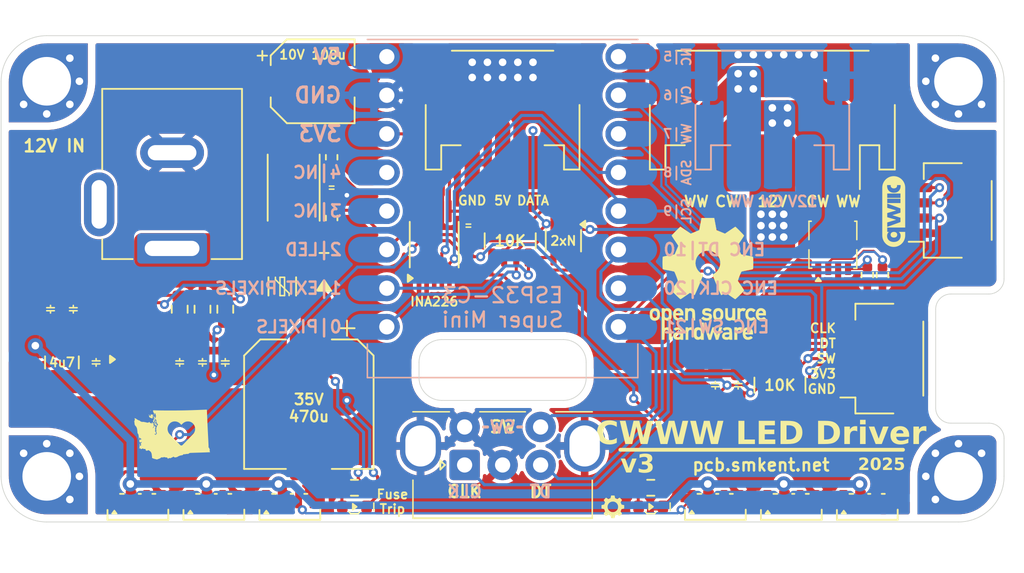
<source format=kicad_pcb>
(kicad_pcb (version 20240108) (generator "pcbnew") (generator_version "8.0")
  (layers (0 "F.Cu" signal) (31 "B.Cu" signal) (34 "B.Paste" user) (35 "F.Paste" user) (36 "B.SilkS" user "B.Silkscreen") (37 "F.SilkS" user "F.Silkscreen") (38 "B.Mask" user) (39 "F.Mask" user) (44 "Edge.Cuts" user))
  (net 0 "")
  (net 1 "+3V3")
  (net 2 "GND")
  (net 3 "12V_SHUNT")
  (net 4 "Net-(U1-VBST)")
  (net 5 "/SW")
  (net 6 "CLK")
  (net 7 "DT")
  (net 8 "Net-(U2-Vin+)")
  (net 9 "12V_SHUNT_LOW")
  (net 10 "+12V")
  (net 12 "WW_12V")
  (net 13 "CW_12V")
  (net 14 "SCL")
  (net 15 "SDA")
  (net 16 "BUTTON")
  (net 17 "+5V")
  (net 18 "Net-(LED0-A)")
  (net 19 "NEOPIXEL_DATA_5V")
  (net 20 "STATUS_LED")
  (net 21 "FB")
  (net 22 "/EN")
  (net 23 "NEOPIXEL_DATA_3V3")
  (net 25 "DC_IN_RAW")
  (net 26 "Net-(LED1-A)")
  (net 28 "/PIX2_DATA_S")
  (net 29 "/PIX3_DATA_S")
  (net 30 "/PIX4_DATA_S")
  (net 31 "/PIX5_DATA_S")
  (net 32 "/PIX6_DATA_S")
  (net 33 "WW_PWM_S")
  (net 34 "CW_PWM_S")
  (net 35 "NEOPIXEL_2_DATA_5V")
  (net 36 "NEOPIXEL_2_DATA_3V3")
  (footprint "discrete:LED_SideEmitter_1.7x1.1mm" (layer "F.Cu") (at 132.75 49 180)
    (property "Reference" "LED0" (hide yes))
    (property "Value" "XL-1606UWC")
  )
  (footprint "graphics:icon-gear-1.5mm" (layer "F.Cu") (at 130.25 49)
    (property "Reference" "G***" (hide yes))
    (property "Value" "LOGO" (hide yes))
  )
  (footprint "mechanical:MountingHole_3.2mm_M3_5.4mm_Pad_Via_corner" (layer "F.Cu") (at 93 47)
    (property "Reference" "REF**" (hide yes))
    (property "Value" "MountingHole_3.2mm_M3_5.4mm_Pad_Via_corner" (hide yes))
  )
  (footprint "Resistor_SMD:R_0402_1005Metric" (layer "F.Cu") (at 148 33.75 -90)
    (property "Reference" "R4" (hide yes))
    (property "Value" "10K")
  )
  (footprint "package:D_SOD-123F" (layer "F.Cu") (at 111.25 34.5 -90)
    (property "Reference" "D1" (hide yes))
    (property "Value" "D_TVS")
  )
  (footprint "discrete:R_Array_Convex_4x0603_HandSolder" (layer "F.Cu") (at 123.5 31.5 90)
    (property "Reference" "RN1" (hide yes))
    (property "Value" "10K")
  )
  (footprint "graphics:wa-state-heart-5mm" (layer "F.Cu") (at 101.25 44.25)
    (property "Reference" "G***" (hide yes))
    (property "Value" "LOGO" (hide yes))
  )
  (footprint "discrete:LED_SK6812SIDE-A_4.0x1.6mm" (layer "F.Cu") (at 109 48.5)
    (property "Reference" "PIX3")
    (property "Value" "SK6812SIDE-A")
  )
  (footprint "Capacitor_SMD:CP_Elec_5x5.4" (layer "F.Cu") (at 110.5 21)
    (property "Reference" "C12" (hide yes))
    (property "Value" "100u")
  )
  (footprint "electromechanical:RotaryEncoder_Alps_EC11-Switch_Horizontal_H20mm" (layer "F.Cu") (at 120.5 46.25 90)
    (property "Reference" "SW1" (hide yes))
    (property "Value" "RotaryEncoder_Switch_MP")
  )
  (footprint "connector:BarrelJack_DC-005_THT_Horizontal" (layer "F.Cu") (at 101.25 32 180)
    (property "Reference" "J0" (hide yes))
    (property "Value" "DC-005")
  )
  (footprint "discrete:C_0603_1608Metric" (layer "F.Cu") (at 96.25 39.5 -90)
    (property "Reference" "C4" (hide yes))
    (property "Value" "0u1")
  )
  (footprint "Resistor_SMD:R_2512_6332Metric_Pad1.40x3.35mm_HandSolder" (layer "F.Cu") (at 109.25 28 -90)
    (property "Reference" "SR1" (hide yes))
    (property "Value" "R020")
  )
  (footprint "discrete:LED_SK6812SIDE-A_4.0x1.6mm" (layer "F.Cu") (at 99 48.5)
    (property "Reference" "PIX1")
    (property "Value" "SK6812SIDE-A")
  )
  (footprint "mechanical:MountingHole_3.2mm_M3_5.4mm_Pad_Via_corner" (layer "F.Cu") (at 93 21 -90)
    (property "Reference" "REF**" (hide yes))
    (property "Value" "MountingHole_3.2mm_M3_5.4mm_Pad_Via_corner" (hide yes))
  )
  (footprint "discrete:C_0603_1608Metric" (layer "F.Cu") (at 104.75 39.5 90)
    (property "Reference" "C1" (hide yes))
    (property "Value" "10u")
  )
  (footprint "Resistor_SMD:R_0402_1005Metric" (layer "F.Cu") (at 111.75 26 -90)
    (property "Reference" "R6" (hide yes))
    (property "Value" "10R")
  )
  (footprint "Resistor_SMD:R_0603_1608Metric" (layer "F.Cu") (at 113.25 47.75)
    (property "Reference" "R8" (hide yes))
    (property "Value" "1K")
  )
  (footprint "Resistor_SMD:R_0603_1608Metric" (layer "F.Cu") (at 132.75 47.75)
    (property "Reference" "R0" (hide yes))
    (property "Value" "5K1")
  )
  (footprint "discrete:C_0603_1608Metric" (layer "F.Cu") (at 94.75 36 90)
    (property "Reference" "C5" (hide yes))
    (property "Value" "22u")
  )
  (footprint "discrete:C_0603_1608Metric" (layer "F.Cu") (at 137 41 90)
    (property "Reference" "C7" (hide yes))
    (property "Value" "10n")
  )
  (footprint "package:SOT-23-6" (layer "F.Cu") (at 99 38 90)
    (property "Reference" "U1" (hide yes))
    (property "Value" "TPS563201")
  )
  (footprint "Capacitor_SMD:CP_Elec_8x10" (layer "F.Cu") (at 110.25 42.25 -90)
    (property "Reference" "C11" (hide yes))
    (property "Value" "470u")
  )
  (footprint "Resistor_SMD:R_0603_1608Metric" (layer "F.Cu") (at 103.25 36 -90)
    (property "Reference" "R2" (hide yes))
    (property "Value" "10K")
  )
  (footprint "discrete:C_0603_1608Metric" (layer "F.Cu") (at 101.75 39.5 90)
    (property "Reference" "C3" (hide yes))
    (property "Value" "0u1")
  )
  (footprint "discrete:LED_SK6812SIDE-A_4.0x1.6mm" (layer "F.Cu") (at 137 48.5)
    (property "Reference" "PIX4")
    (property "Value" "SK6812SIDE-A")
  )
  (footprint "discrete:C_0402_1005Metric" (layer "F.Cu") (at 111.75 28 -90)
    (property "Reference" "C9" (hide yes))
    (property "Value" "0u1")
  )
  (footprint "discrete:LED_SK6812SIDE-A_4.0x1.6mm" (layer "F.Cu") (at 104 48.5)
    (property "Reference" "PIX2")
    (property "Value" "SK6812SIDE-A")
  )
  (footprint "discrete:Fuse_1206_3216Metric" (layer "F.Cu") (at 108.5 34.5 -90)
    (property "Reference" "F1" (hide yes))
    (property "Value" "16V 2A")
  )
  (footprint "mechanical:MountingHole_3.2mm_M3_5.4mm_Pad_Via_corner_SW-curve" (layer "F.Cu") (at 153 47 90)
    (property "Reference" "REF**" (hide yes))
    (property "Value" "MountingHole_3.2mm_M3_5.4mm_Pad_Via_corner_SW-curve" (hide yes))
  )
  (footprint "package:SOT-363_SC-70-6_HandSolder" (layer "F.Cu") (at 127 31.5 -90)
    (property "Reference" "Q2" (hide yes))
    (property "Value" "2N7002DW")
  )
  (footprint "discrete:C_0603_1608Metric" (layer "F.Cu") (at 138.5 41 90)
    (property "Reference" "C8" (hide yes))
    (property "Value" "10n")
  )
  (footprint "Resistor_SMD:R_0402_1005Metric" (layer "F.Cu") (at 147 33.75 -90)
    (property "Reference" "R5" (hide yes))
    (property "Value" "10K")
  )
  (footprint "Package_SO:VSSOP-10_3x3mm_P0.5mm" (layer "F.Cu") (at 118.5 31.75 90)
    (property "Reference" "U2" (hide yes))
    (property "Value" "INA226")
  )
  (footprint "discrete:LED_SK6812SIDE-A_4.0x1.6mm" (layer "F.Cu") (at 147 48.5)
    (property "Reference" "PIX6")
    (property "Value" "SK6812SIDE-A")
  )
  (footprint "connector:JST_SH_SM05B-SRSS-TB_1x05-1MP_P1.00mm_Horizontal" (layer "F.Cu") (at 148 39.25 90)
    (property "Reference" "J3" (hide yes))
    (property "Value" "JST SH")
  )
  (footprint "connector:Qwiic-SMD-horizontal-logo" (layer "F.Cu") (at 152.5 29.5 90)
    (property "Reference" "J2" (hide yes))
    (property "Value" "Qwiic")
  )
  (footprint "discrete:C_0603_1608Metric" (layer "F.Cu") (at 93.25 36 90)
    (property "Reference" "C6" (hide yes))
    (property "Value" "22u")
  )
  (footprint "discrete:R_Array_Convex_4x0603_HandSolder" (layer "F.Cu") (at 141.25 41 -90)
    (property "Reference" "RN2" (hide yes))
    (property "Value" "10K")
  )
  (footprint "mechanical:MountingHole_3.2mm_M3_5.4mm_Pad_Via_corner" (layer "F.Cu") (at 153 21 180)
    (property "Reference" "REF**" (hide yes))
    (property "Value" "MountingHole_3.2mm_M3_5.4mm_Pad_Via_corner" (hide yes))
  )
  (footprint "connector:STEMMA-Signal-SMD-horizontal" (layer "F.Cu") (at 123 23.5 180)
    (property "Reference" "J5" (hide yes))
    (property "Value" "STEMMA-Signal")
  )
  (footprint "Resistor_SMD:R_0603_1608Metric" (layer "F.Cu") (at 104.75 36 90)
    (property "Reference" "R3" (hide yes))
    (property "Value" "10K")
  )
  (footprint "discrete:C_0603_1608Metric" (layer "F.Cu") (at 103.25 39.5 90)
    (property "Reference" "C2" (hide yes))
    (property "Value" "10u")
  )
  (footprint "package:PDFN-8_L3.2-W3.1-P0.65-LS3.4-BL-EP2" (layer "F.Cu") (at 144.75 31.75)
    (property "Reference" "Q1" (hide yes))
    (property "Value" "ZC010DNG")
  )
  (footprint "Resistor_SMD:R_0603_1608Metric" (layer "F.Cu") (at 101.75 36 90)
    (property "Reference" "R1" (hide yes))
    (property "Value" "56K")
  )
  (footprint "discrete:C_0402_1005Metric" (layer "F.Cu") (at 120.75 30.5 -90)
    (property "Reference" "C10" (hide yes))
    (property "Value" "1u")
  )
  (footprint "connector:JST_PH_S6B-PH-SM4-TB_1x06-1MP_P2.00mm_Horizontal" (layer "F.Cu") (at 140.75 23.5 180)
    (property "Reference" "J4" (hide yes))
    (property "Value" "JST PH")
  )
  (footprint "Symbol:OSHW-Logo_7.5x8mm_SilkScreen" (layer "F.Cu") (at 136.5 34)
    (property "Reference" "REF**" (hide yes))
    (property "Value" "OSHW-Logo_7.5x8mm_SilkScreen" (hide yes))
  )
  (footprint "discrete:LED_SideEmitter_1.7x1.1mm" (layer "F.Cu") (at 113.25 49 180)
    (property "Reference" "LED1" (hide yes))
    (property "Value" "XL-1606SURC")
  )
  (footprint "discrete:LED_SK6812SIDE-A_4.0x1.6mm" (layer "F.Cu") (at 142 48.5)
    (property "Reference" "PIX5")
    (property "Value" "SK6812SIDE-A")
  )
  (footprint "discrete:L_1008_2520Metric" (layer "F.Cu") (at 94 39.5 90)
    (property "Reference" "L1" (hide yes))
    (property "Value" "4u7")
  )
  (footprint "Resistor_SMD:R_0402_1005Metric" (layer "F.Cu") (at 111.75 30 90)
    (property "Reference" "R7" (hide yes))
    (property "Value" "10R")
  )
  (footprint "module:ESP32-C3-Super-Mini-Castellated-SMD" (layer "B.Cu") (at 123 27 180)
    (property "Reference" "SM1" (hide yes))
    (property "Value" "~")
  )
  (footprint "connector:STEMMA-Signal-SMD-horizontal" (layer "B.Cu") (at 140.75 23.5)
    (property "Reference" "J1" (hide yes))
    (property "Value" "JST PH")
  )
  (gr_line (start 122 43.75) (end 121.75 43.75) (stroke (width 0.2)) (layer "B.SilkS"))
  (gr_line (start 124 43.75) (end 124.25 43.75) (stroke (width 0.2)) (layer "B.SilkS"))
  (gr_line (start 122 43.75) (end 121.75 43.75) (stroke (width 0.2)) (layer "F.SilkS"))
  (gr_line (start 124 43.75) (end 124.25 43.75) (stroke (width 0.2)) (layer "F.SilkS"))
  (gr_line (start 130.75 45.25) (end 149.35 45.25) (stroke (width 0.25)) (layer "F.SilkS"))
  (gr_arc (start 156 34) (mid 155.707107 34.707107) (end 155 35) (stroke (width 0.05)) (layer "Edge.Cuts"))
  (gr_line (start 90 47) (end 90 21) (stroke (width 0.05)) (layer "Edge.Cuts"))
  (gr_line (start 155 43.5) (end 152.5 43.5) (stroke (width 0.05)) (layer "Edge.Cuts"))
  (gr_line (start 152.5 35) (end 155 35) (stroke (width 0.05)) (layer "Edge.Cuts"))
  (gr_line (start 156 47) (end 156 44.5) (stroke (width 0.05)) (layer "Edge.Cuts"))
  (gr_arc (start 151.5 36) (mid 151.792893 35.292893) (end 152.5 35) (stroke (width 0.05)) (layer "Edge.Cuts"))
  (gr_arc (start 156 47) (mid 155.121314 49.121314) (end 153 50) (stroke (width 0.05)) (layer "Edge.Cuts"))
  (gr_line (start 156 21) (end 156 34) (stroke (width 0.05)) (layer "Edge.Cuts"))
  (gr_line (start 128.5 39.5) (end 128.5 40.5) (stroke (width 0.05)) (layer "Edge.Cuts"))
  (gr_line (start 153 18) (end 93 18) (stroke (width 0.05)) (layer "Edge.Cuts"))
  (gr_line (start 127 42) (end 119 42) (stroke (width 0.05)) (layer "Edge.Cuts"))
  (gr_arc (start 153 18) (mid 155.1213 18.878688) (end 156 21) (stroke (width 0.05)) (layer "Edge.Cuts"))
  (gr_line (start 119 38) (end 127 38) (stroke (width 0.05)) (layer "Edge.Cuts"))
  (gr_arc (start 155 43.5) (mid 155.707107 43.792893) (end 156 44.5) (stroke (width 0.05)) (layer "Edge.Cuts"))
  (gr_arc (start 152.5 43.5) (mid 151.792893 43.207107) (end 151.5 42.5) (stroke (width 0.05)) (layer "Edge.Cuts"))
  (gr_arc (start 127 38) (mid 128.06066 38.43934) (end 128.5 39.5) (stroke (width 0.05)) (layer "Edge.Cuts"))
  (gr_arc (start 117.5 39.5) (mid 117.93934 38.43934) (end 119 38) (stroke (width 0.05)) (layer "Edge.Cuts"))
  (gr_arc (start 128.5 40.5) (mid 128.06066 41.56066) (end 127 42) (stroke (width 0.05)) (layer "Edge.Cuts"))
  (gr_arc (start 119 42) (mid 117.93934 41.56066) (end 117.5 40.5) (stroke (width 0.05)) (layer "Edge.Cuts"))
  (gr_arc (start 93 50) (mid 90.87868 49.12132) (end 90 47) (stroke (width 0.05)) (layer "Edge.Cuts"))
  (gr_line (start 151.5 42.5) (end 151.5 36) (stroke (width 0.05)) (layer "Edge.Cuts"))
  (gr_line (start 117.5 40.5) (end 117.5 39.5) (stroke (width 0.05)) (layer "Edge.Cuts"))
  (gr_line (start 93 50) (end 153 50) (stroke (width 0.05)) (layer "Edge.Cuts"))
  (gr_arc (start 90 21) (mid 90.87868 18.87868) (end 93 18) (stroke (width 0.05)) (layer "Edge.Cuts"))
  (gr_text "CW" (at 140.75 28.5 -0) (layer "B.SilkS") (effects (font (size 0.7 0.7) (thickness 0.14) (bold yes)) (justify top mirror)))
  (gr_text "SDA" (at 134.75 27 90) (layer "B.SilkS") (effects (font (size 0.6 0.6) (thickness 0.12) (bold yes)) (justify top mirror)))
  (gr_text "ENC DT|10" (at 133.5 32.08 0) (layer "B.SilkS") (effects (font (size 0.8 0.8) (thickness 0.16) (bold yes)) (justify right mirror)))
  (gr_text "|7" (at 133.5 24.46 0) (layer "B.SilkS") (effects (font (size 0.6 0.6) (thickness 0.12) (bold yes)) (justify right mirror)))
  (gr_text "WW" (at 138.75 28.5 -0) (layer "B.SilkS") (effects (font (size 0.7 0.7) (thickness 0.14) (bold yes)) (justify top mirror)))
  (gr_text "|5" (at 133.5 19.38 0) (layer "B.SilkS") (effects (font (size 0.6 0.6) (thickness 0.12) (bold yes)) (justify right mirror)))
  (gr_text "4|NC" (at 112.5 27 0) (layer "B.SilkS") (effects (font (size 0.8 0.8) (thickness 0.16) (bold yes)) (justify left mirror)))
  (gr_text "12V" (at 142.75 28.5 -0) (layer "B.SilkS") (effects (font (size 0.7 0.7) (thickness 0.14) (bold yes)) (justify top mirror)))
  (gr_text "0|PIXELS" (at 112.5 37.16 0) (layer "B.SilkS") (effects (font (size 0.8 0.8) (thickness 0.16) (bold yes)) (justify left mirror)))
  (gr_text "CW" (at 134.75 21.92 90) (layer "B.SilkS") (effects (font (size 0.6 0.6) (thickness 0.12) (bold yes)) (justify top mirror)))
  (gr_text "5V" (at 112.5 19.38 0) (layer "B.SilkS") (effects (font (size 1 1) (thickness 0.2) (bold yes)) (justify left mirror)))
  (gr_text "3V3" (at 112.5 24.46 0) (layer "B.SilkS") (effects (font (size 1 1) (thickness 0.2) (bold yes)) (justify left mirror)))
  (gr_text "3|NC" (at 112.5 29.54 0) (layer "B.SilkS") (effects (font (size 0.8 0.8) (thickness 0.16) (bold yes)) (justify left mirror)))
  (gr_text "GND" (at 112.5 21.92 0) (layer "B.SilkS") (effects (font (size 1 1) (thickness 0.2) (bold yes)) (justify left mirror)))
  (gr_text "1|EXT PIXELS" (at 112.5 34.62 0) (layer "B.SilkS") (effects (font (size 0.8 0.8) (thickness 0.16) (bold yes)) (justify left mirror)))
  (gr_text "|6" (at 133.5 21.92 0) (layer "B.SilkS") (effects (font (size 0.6 0.6) (thickness 0.12) (bold yes)) (justify right mirror)))
  (gr_text "ENC CLK|20" (at 133.5 34.62 0) (layer "B.SilkS") (effects (font (size 0.8 0.8) (thickness 0.16) (bold yes)) (justify right mirror)))
  (gr_text "WW" (at 134.75 24.46 90) (layer "B.SilkS") (effects (font (size 0.6 0.6) (thickness 0.12) (bold yes)) (justify top mirror)))
  (gr_text "NC" (at 134.75 19.38 90) (layer "B.SilkS") (effects (font (size 0.6 0.6) (thickness 0.12) (bold yes)) (justify top mirror)))
  (gr_text "CLK" (at 120.5 48 0) (layer "B.SilkS") (effects (font (size 0.8 0.8) (thickness 0.16) (bold yes)) (justify mirror)))
  (gr_text "DT" (at 125.5 48 0) (layer "B.SilkS") (effects (font (size 0.8 0.8) (thickness 0.16) (bold yes)) (justify mirror)))
  (gr_text "|8" (at 133.5 27 0) (layer "B.SilkS") (effects (font (size 0.6 0.6) (thickness 0.12) (bold yes)) (justify right mirror)))
  (gr_text "SCL" (at 134.75 29.54 90) (layer "B.SilkS") (effects (font (size 0.6 0.6) (thickness 0.12) (bold yes)) (justify top mirror)))
  (gr_text "|9" (at 133.5 29.54 0) (layer "B.SilkS") (effects (font (size 0.6 0.6) (thickness 0.12) (bold yes)) (justify right mirror)))
  (gr_text "2|LED" (at 112.5 32.08 0) (layer "B.SilkS") (effects (font (size 0.8 0.8) (thickness 0.16) (bold yes)) (justify left mirror)))
  (gr_text "ENC SW|21" (at 133.5 37.16 0) (layer "B.SilkS") (effects (font (size 0.8 0.8) (thickness 0.16) (bold yes)) (justify right mirror)))
  (gr_text "SW" (at 123 43.75 0) (layer "B.SilkS") (effects (font (size 0.8 0.8) (thickness 0.16) (bold yes)) (justify mirror)))
  (gr_text "CW" (at 143.75 28.5 0) (layer "F.SilkS") (effects (font (size 0.7 0.7) (thickness 0.14) (bold yes)) (justify top)))
  (gr_text "4u7" (at 94 39.5 0) (layer "F.SilkS") (effects (font (size 0.6 0.6) (thickness 0.12) (bold yes))))
  (gr_text "GND" (at 121 28.5 0) (layer "F.SilkS") (effects (font (size 0.6 0.6) (thickness 0.12) (bold yes)) (justify top)))
  (gr_text "CWWW LED Driver" (at 140 44.25 0) (layer "F.SilkS") (effects (font (size 1.5 1.5) (thickness 0.3) (bold yes))))
  (gr_text "Fuse\nTrip" (at 115.75 49.5 0) (layer "F.SilkS") (effects (font (size 0.6 0.6) (thickness 0.12) (bold yes)) (justify bottom)))
  (gr_text "5V" (at 123 28.5 0) (layer "F.SilkS") (effects (font (size 0.6 0.6) (thickness 0.12) (bold yes)) (justify top)))
  (gr_text "CLK" (at 120.5 48 -0) (layer "F.SilkS") (effects (font (size 0.8 0.8) (thickness 0.16) (bold yes))))
  (gr_text "DATA" (at 125 28.5 0) (layer "F.SilkS") (effects (font (size 0.6 0.6) (thickness 0.12) (bold yes)) (justify top)))
  (gr_text "CW" (at 137.75 28.5 0) (layer "F.SilkS") (effects (font (size 0.7 0.7) (thickness 0.14) (bold yes)) (justify top)))
  (gr_text "DT" (at 145 38.25 0) (layer "F.SilkS") (effects (font (size 0.6 0.6) (thickness 0.12) (bold yes)) (justify right)))
  (gr_text "2025" (at 149.5 46.25 0) (layer "F.SilkS") (effects (font (size 0.8 0.8) (thickness 0.24) (bold yes)) (justify right)))
  (gr_text "12V" (at 140.75 28.5 0) (layer "F.SilkS") (effects (font (size 0.7 0.7) (thickness 0.14) (bold yes)) (justify top)))
  (gr_text "2xN" (at 127 31.5 0) (layer "F.SilkS") (effects (font (size 0.6 0.6) (thickness 0.12) (bold yes))))
  (gr_text "DT" (at 125.5 48 -0) (layer "F.SilkS") (effects (font (size 0.8 0.8) (thickness 0.16) (bold yes))))
  (gr_text "SW" (at 145 39.25 0) (layer "F.SilkS") (effects (font (size 0.6 0.6) (thickness 0.12) (bold yes)) (justify right)))
  (gr_text "GND" (at 145 41.25 0) (layer "F.SilkS") (effects (font (size 0.6 0.6) (thickness 0.12) (bold yes)) (justify right)))
  (gr_text "12V IN" (at 93.5 25.25 0) (layer "F.SilkS") (effects (font (size 0.8 0.8) (thickness 0.16) (bold yes))))
  (gr_text "WW" (at 135.75 28.5 0) (layer "F.SilkS") (effects (font (size 0.7 0.7) (thickness 0.14) (bold yes)) (justify top)))
  (gr_text "INA226" (at 118.5 35.5 0) (layer "F.SilkS") (effects (font (size 0.6 0.6) (thickness 0.12) (bold yes))))
  (gr_text "v3" (at 130.75 46.25 0) (layer "F.SilkS") (effects (font (size 1.2 1.2) (thickness 0.24) (bold yes)) (justify left)))
  (gr_text "pcb.smkent.net" (at 140 46.25 -0) (layer "F.SilkS") (effects (font (size 0.8 0.8) (thickness 0.16) (bold yes))))
  (gr_text "10V 100u" (at 110.5 19.25 0) (layer "F.SilkS") (effects (font (size 0.6 0.6) (thickness 0.12) (bold yes))))
  (gr_text "WW" (at 145.75 28.5 0) (layer "F.SilkS") (effects (font (size 0.7 0.7) (thickness 0.14) (bold yes)) (justify top)))
  (gr_text "CLK" (at 145 37.25 0) (layer "F.SilkS") (effects (font (size 0.6 0.6) (thickness 0.12) (bold yes)) (justify right)))
  (gr_text "35V\n470u" (at 110.25 42.5 0) (layer "F.SilkS") (effects (font (size 0.7 0.7) (thickness 0.14) (bold yes))))
  (gr_text "SW" (at 123 43.75 -0) (layer "F.SilkS") (effects (font (size 0.8 0.8) (thickness 0.16) (bold yes))))
  (gr_text "3V3" (at 145 40.25 0) (layer "F.SilkS") (effects (font (size 0.6 0.6) (thickness 0.12) (bold yes)) (justify right)))
  (segment (start 121.75 31.25) (end 121.75 31.02) (width 0.2) (layer "F.Cu") (net 1))
  (segment (start 143.593808 39.65) (end 144.984448 39.65) (width 0.2) (layer "F.Cu") (net 1))
  (segment (start 125.525 29.575) (end 124.7 30.4) (width 0.2) (layer "F.Cu") (net 1))
  (segment (start 127 32.625) (end 127 32.125001) (width 0.2) (layer "F.Cu") (net 1))
  (segment (start 120.28 29.55) (end 120.75 30.02) (width 0.2) (layer "F.Cu") (net 1))
  (segment (start 127.918456 29.575) (end 127.300001 29.575) (width 0.2) (layer "F.Cu") (net 1))
  (segment (start 151.5 30) (end 150.5 30) (width 0.2) (layer "F.Cu") (net 1))
  (segment (start 122 31.5) (end 121.75 31.25) (width 0.2) (layer "F.Cu") (net 1))
  (segment (start 128.15 30.75) (end 128.15 29.806544) (width 0.2) (layer "F.Cu") (net 1))
  (segment (start 119.5 29.55) (end 120.28 29.55) (width 0.2) (layer "F.Cu") (net 1))
  (segment (start 143.200092 40.043716) (end 143.593808 39.65) (width 0.2) (layer "F.Cu") (net 1))
  (segment (start 116.46 24.46) (end 119.5 27.5) (width 0.2) (layer "F.Cu") (net 1))
  (segment (start 123.168456 31.5) (end 122 31.5) (width 0.2) (layer "F.Cu") (net 1))
  (segment (start 119.5 27.5) (end 119.5 29.55) (width 0.2) (layer "F.Cu") (net 1))
  (segment (start 142.45 42.1) (end 142.45 41.3) (width 0.2) (layer "F.Cu") (net 1))
  (segment (start 144.984448 39.65) (end 145.584448 40.25) (width 0.2) (layer "F.Cu") (net 1))
  (segment (start 142.45 41.3) (end 143.200092 40.549908) (width 0.2) (layer "F.Cu") (net 1))
  (segment (start 123.9 30.4) (end 123.9 30.768456) (width 0.2) (layer "F.Cu") (net 1))
  (segment (start 121.75 31.02) (end 120.75 30.02) (width 0.2) (layer "F.Cu") (net 1))
  (segment (start 115.38 24.46) (end 116.46 24.46) (width 0.2) (layer "F.Cu") (net 1))
  (segment (start 145.584448 40.25) (end 146 40.25) (width 0.2) (layer "F.Cu") (net 1))
  (segment (start 127 30.375) (end 127 29.875001) (width 0.2) (layer "F.Cu") (net 1))
  (segment (start 124.7 30.4) (end 123.9 30.4) (width 0.2) (layer "F.Cu") (net 1))
  (segment (start 151.5 30) (end 151.75 30) (width 0.2) (layer "F.Cu") (net 1))
  (segment (start 143.200092 40.549908) (end 143.200092 40.043716) (width 0.2) (layer "F.Cu") (net 1))
  (segment (start 128.15 29.806544) (end 127.918456 29.575) (width 0.2) (layer "F.Cu") (net 1))
  (segment (start 126.699999 29.575) (end 125.525 29.575) (width 0.2) (layer "F.Cu") (net 1))
  (segment (start 127 29.875001) (end 126.699999 29.575) (width 0.2) (layer "F.Cu") (net 1))
  (segment (start 127.300001 29.575) (end 127 29.875001) (width 0.2) (layer "F.Cu") (net 1))
  (segment (start 128.15 30.975001) (end 128.15 30.75) (width 0.2) (layer "F.Cu") (net 1))
  (segment (start 123.9 30.768456) (end 123.168456 31.5) (width 0.2) (layer "F.Cu") (net 1))
  (segment (start 140.85 42.1) (end 142.45 42.1) (width 0.2) (layer "F.Cu") (net 1))
  (segment (start 128.75 30.75) (end 128.15 30.75) (width 0.2) (layer "F.Cu") (net 1))
  (segment (start 127 32.125001) (end 128.15 30.975001) (width 0.2) (layer "F.Cu") (net 1))
  (via (at 151.75 30) (size 0.6) (drill 0.3) (layers "F.Cu" "B.Cu") (net 1))
  (via (at 128.75 30.75) (size 0.6) (drill 0.3) (layers "F.Cu" "B.Cu") (net 1))
  (via (at 143.200092 40.043716) (size 0.6) (drill 0.3) (layers "F.Cu" "B.Cu") (net 1))
  (segment (start 143.200092 40.043716) (end 144 39.243808) (width 0.2) (layer "B.Cu") (net 1))
  (segment (start 149.415686 34.4) (end 151.55 32.265686) (width 0.2) (layer "B.Cu") (net 1))
  (segment (start 151.55 32.265686) (end 151.55 30.2) (width 0.2) (layer "B.Cu") (net 1))
  (segment (start 128.75 30.75) (end 134.618628 30.75) (width 0.2) (layer "B.Cu") (net 1))
  (segment (start 144 34.4) (end 149.415686 34.4) (width 0.2) (layer "B.Cu") (net 1))
  (segment (start 151.55 30.2) (end 151.75 30) (width 0.2) (layer "B.Cu") (net 1))
  (segment (start 134.618628 30.75) (end 138.268628 34.4) (width 0.2) (layer "B.Cu") (net 1))
  (segment (start 144 39.243808) (end 144 34.4) (width 0.2) (layer "B.Cu") (net 1))
  (segment (start 138.268628 34.4) (end 144 34.4) (width 0.2) (layer "B.Cu") (net 1))
  (segment (start 119 29.55) (end 119 30.30741) (width 0.2) (layer "F.Cu") (net 2))
  (segment (start 133.55 49) (end 134.275 48.275) (width 0.2) (layer "F.Cu") (net 2))
  (segment (start 97.925 39.475) (end 92.85 39.475) (width 0.2) (layer "F.Cu") (net 2))
  (segment (start 110.25 45.5) (end 110.25 48.175) (width 0.5) (layer "F.Cu") (net 2))
  (segment (start 120.23 30.98) (end 120.75 30.98) (width 0.2) (layer "F.Cu") (net 2))
  (segment (start 119.94 30.69) (end 120.23 30.98) (width 0.2) (layer "F.Cu") (net 2))
  (segment (start 134.275 48.275) (end 134.275 48) (width 0.2) (layer "F.Cu") (net 2))
  (segment (start 110.575 48.175) (end 113 45.75) (width 0.5) (layer "F.Cu") (net 2))
  (segment (start 119 30.30741) (end 119.38259 30.69) (width 0.2) (layer "F.Cu") (net 2))
  (segment (start 98.05 39.35) (end 97.925 39.475) (width 0.2) (layer "F.Cu") (net 2))
  (segment (start 110.25 48.175) (end 110.575 48.5) (width 0.5) (layer "F.Cu") (net 2))
  (segment (start 110.575 48.5) (end 110.575 48.175) (width 0.5) (layer "F.Cu") (net 2))
  (segment (start 119.38259 30.69) (end 119.94 30.69) (width 0.2) (layer "F.Cu") (net 2))
  (via (at 140.5 19.25) (size 1) (drill 0.5) (layers "F.Cu" "B.Cu") (net 2))
  (via (at 122 19.75) (size 1) (drill 0.5) (layers "F.Cu" "B.Cu") (net 2))
  (via (at 143.5 19.25) (size 1) (drill 0.5) (layers "F.Cu" "B.Cu") (net 2))
  (via (at 124 20.75) (size 1) (drill 0.5) (layers "F.Cu" "B.Cu") (net 2))
  (via (at 121 19.75) (size 1) (drill 0.5) (layers "F.Cu" "B.Cu") (net 2))
  (via (at 125 20.75) (size 1) (drill 0.5) (layers "F.Cu" "B.Cu") (net 2))
  (via (at 125 19.75) (size 1) (drill 0.5) (layers "F.Cu" "B.Cu") (net 2))
  (via (at 122 20.75) (size 1) (drill 0.5) (layers "F.Cu" "B.Cu") (net 2))
  (via (at 141.5 19.25) (size 1) (drill 0.5) (layers "F.Cu" "B.Cu") (net 2))
  (via (at 124 19.75) (size 1) (drill 0.5) (layers "F.Cu" "B.Cu") (net 2))
  (via (at 139.5 19.25) (size 1) (drill 0.5) (layers "F.Cu" "B.Cu") (net 2))
  (via (at 123 20.75) (size 1) (drill 0.5) (layers "F.Cu" "B.Cu") (net 2))
  (via (at 142.5 19.25) (size 1) (drill 0.5) (layers "F.Cu" "B.Cu") (net 2))
  (via (at 123 19.75) (size 1) (drill 0.5) (layers "F.Cu" "B.Cu") (net 2))
  (via (at 112.75 28.5) (size 0.6) (drill 0.3) (layers "F.Cu" "B.Cu") (net 2))
  (via (at 138.5 19.25) (size 1) (drill 0.5) (layers "F.Cu" "B.Cu") (net 2))
  (via (at 121 20.75) (size 1) (drill 0.5) (layers "F.Cu" "B.Cu") (net 2))
  (segment (start 113.5 47.175) (end 114.075 47.75) (width 0.2) (layer "F.Cu") (net 3))
  (segment (start 113.51 46.76) (end 113.5 46.75) (width 0.2) (layer "F.Cu") (net 3))
  (segment (start 113.5 46.75) (end 113.5 47.175) (width 0.2) (layer "F.Cu") (net 3))
  (segment (start 112 40.75) (end 110.25 39) (width 0.2) (layer "F.Cu") (net 3))
  (via (at 112 40.75) (size 0.6) (drill 0.3) (layers "F.Cu" "B.Cu") (net 3))
  (via (at 113.5 46.75) (size 0.6) (drill 0.3) (layers "F.Cu" "B.Cu") (net 3))
  (segment (start 112.15 42.4) (end 112.15 40.9) (width 0.2) (layer "B.Cu") (net 3))
  (segment (start 113.85 46.4) (end 113.85 44.1) (width 0.2) (layer "B.Cu") (net 3))
  (segment (start 112.15 40.9) (end 112 40.75) (width 0.2) (layer "B.Cu") (net 3))
  (segment (start 113.5 46.75) (end 113.85 46.4) (width 0.2) (layer "B.Cu") (net 3))
  (segment (start 113.85 44.1) (end 112.15 42.4) (width 0.2) (layer "B.Cu") (net 3))
  (segment (start 98.05 36.65) (end 96.990686 36.65) (width 0.2) (layer "F.Cu") (net 4))
  (segment (start 96.25 37.390686) (end 96.25 38.725) (width 0.2) (layer "F.Cu") (net 4))
  (segment (start 96.990686 36.65) (end 96.25 37.390686) (width 0.2) (layer "F.Cu") (net 4))
  (segment (start 140.85 39.9) (end 140.85 39.300001) (width 0.2) (layer "F.Cu") (net 6))
  (segment (start 140.354506 40.8) (end 140.85 40.304506) (width 0.2) (layer "F.Cu") (net 6))
  (segment (start 140.85 40.304506) (end 140.85 39.9) (width 0.2) (layer "F.Cu") (net 6))
  (segment (start 137.772152 40.999999) (end 137.772153 41) (width 0.2) (layer "F.Cu") (net 6))
  (segment (start 145.584448 37.25) (end 146 37.25) (width 0.2) (layer "F.Cu") (net 6))
  (segment (start 137.772153 41) (end 138.98543 41) (width 0.2) (layer "F.Cu") (net 6))
  (segment (start 139.18543 40.8) (end 140.354506 40.8) (width 0.2) (layer "F.Cu") (net 6))
  (segment (start 137.772152 40.999999) (end 137.772152 41.002848) (width 0.2) (layer "F.Cu") (net 6))
  (segment (start 140.85 39.300001) (end 141.900001 38.25) (width 0.2) (layer "F.Cu") (net 6))
  (segment (start 137.772152 41.002848) (end 137 41.775) (width 0.2) (layer "F.Cu") (net 6))
  (segment (start 144.584448 38.25) (end 145.584448 37.25) (width 0.2) (layer "F.Cu") (net 6))
  (segment (start 138.98543 41) (end 139.18543 40.8) (width 0.2) (layer "F.Cu") (net 6))
  (segment (start 141.900001 38.25) (end 144.584448 38.25) (width 0.2) (layer "F.Cu") (net 6))
  (via (at 137.772152 40.999999) (size 0.6) (drill 0.3) (layers "F.Cu" "B.Cu") (net 6))
  (segment (start 137.422153 40.65) (end 134.834314 40.65) (width 0.2) (layer "B.Cu") (net 6))
  (segment (start 134.834314 40.65) (end 133.9 39.715686) (width 0.2) (layer "B.Cu") (net 6))
  (segment (start 133.9 36.547968) (end 131.972032 34.62) (width 0.2) (layer "B.Cu") (net 6))
  (segment (start 120.5 46.25) (end 121.8 47.55) (width 0.2) (layer "B.Cu") (net 6))
  (segment (start 137.772152 40.999999) (end 137.422153 40.65) (width 0.2) (layer "B.Cu") (net 6))
  (segment (start 133.9 39.715686) (end 133.9 36.547968) (width 0.2) (layer "B.Cu") (net 6))
  (segment (start 131.972032 34.62) (end 130.62 34.62) (width 0.2) (layer "B.Cu") (net 6))
  (segment (start 129.099138 47.55) (end 133.9 42.749138) (width 0.2) (layer "B.Cu") (net 6))
  (segment (start 133.9 42.749138) (end 133.9 39.715686) (width 0.2) (layer "B.Cu") (net 6))
  (segment (start 121.8 47.55) (end 129.099138 47.55) (width 0.2) (layer "B.Cu") (net 6))
  (segment (start 139.311948 41.503374) (end 138.771626 41.503374) (width 0.2) (layer "F.Cu") (net 7))
  (segment (start 139.745494 41.2) (end 140.8 41.2) (width 0.2) (layer "F.Cu") (net 7))
  (segment (start 139.311948 41.503374) (end 139.369828 41.445494) (width 0.2) (layer "F.Cu") (net 7))
  (segment (start 146 38.25) (end 145.150134 38.25) (width 0.2) (layer "F.Cu") (net 7))
  (segment (start 138.771626 41.503374) (end 138.5 41.775) (width 0.2) (layer "F.Cu") (net 7))
  (segment (start 144.750134 38.65) (end 142.300001 38.65) (width 0.2) (layer "F.Cu") (net 7))
  (segment (start 142.300001 38.65) (end 141.65 39.300001) (width 0.2) (layer "F.Cu") (net 7))
  (segment (start 145.150134 38.25) (end 144.750134 38.65) (width 0.2) (layer "F.Cu") (net 7))
  (segment (start 139.369828 41.445494) (end 139.5 41.445494) (width 0.2) (layer "F.Cu") (net 7))
  (segment (start 140.8 41.2) (end 141.65 40.35) (width 0.2) (layer "F.Cu") (net 7))
  (segment (start 141.65 39.300001) (end 141.65 39.9) (width 0.2) (layer "F.Cu") (net 7))
  (segment (start 141.65 40.35) (end 141.65 39.9) (width 0.2) (layer "F.Cu") (net 7))
  (segment (start 139.5 41.445494) (end 139.745494 41.2) (width 0.2) (layer "F.Cu") (net 7))
  (via (at 139.311948 41.503374) (size 0.6) (drill 0.3) (layers "F.Cu" "B.Cu") (net 7))
  (segment (start 132.796346 36.01) (end 133.5 36.713654) (width 0.2) (layer "B.Cu") (net 7))
  (segment (start 139.311948 41.394231) (end 138.167717 40.25) (width 0.2) (layer "B.Cu") (net 7))
  (segment (start 139.311948 41.503374) (end 139.311948 41.394231) (width 0.2) (layer "B.Cu") (net 7))
  (segment (start 134.3 36.382282) (end 133.5 35.582282) (width 0.2) (layer "B.Cu") (net 7))
  (segment (start 130.62 32.38) (end 129.47 33.53) (width 0.2) (layer "B.Cu") (net 7))
  (segment (start 125.75 46.25) (end 125.5 46.25) (width 0.2) (layer "B.Cu") (net 7))
  (segment (start 129.47 33.53) (end 129.47 35.096346) (width 0.2) (layer "B.Cu") (net 7))
  (segment (start 133.5 36.713654) (end 133.5 42.583452) (width 0.2) (layer "B.Cu") (net 7))
  (segment (start 138.167717 40.25) (end 135 40.25) (width 0.2) (layer "B.Cu") (net 7))
  (segment (start 131.822081 32.08) (end 130.62 32.08) (width 0.2) (layer "B.Cu") (net 7))
  (segment (start 128.933452 47.15) (end 126.65 47.15) (width 0.2) (layer "B.Cu") (net 7))
  (segment (start 134.3 39.55) (end 134.3 36.382282) (width 0.2) (layer "B.Cu") (net 7))
  (segment (start 126.65 47.15) (end 125.75 46.25) (width 0.2) (layer "B.Cu") (net 7))
  (segment (start 130.62 32.08) (end 130.62 32.38) (width 0.2) (layer "B.Cu") (net 7))
  (segment (start 129.47 35.096346) (end 130.383654 36.01) (width 0.2) (layer "B.Cu") (net 7))
  (segment (start 133.5 42.583452) (end 128.933452 47.15) (width 0.2) (layer "B.Cu") (net 7))
  (segment (start 130.383654 36.01) (end 132.796346 36.01) (width 0.2) (layer "B.Cu") (net 7))
  (segment (start 133.5 33.757919) (end 131.822081 32.08) (width 0.2) (layer "B.Cu") (net 7))
  (segment (start 135 40.25) (end 134.3 39.55) (width 0.2) (layer "B.Cu") (net 7))
  (segment (start 133.5 35.582282) (end 133.5 33.757919) (width 0.2) (layer "B.Cu") (net 7))
  (segment (start 113.39 28.15) (end 111.75 26.51) (width 0.2) (layer "F.Cu") (net 8))
  (segment (start 116.1 28.15) (end 113.39 28.15) (width 0.2) (layer "F.Cu") (net 8))
  (segment (start 111.75 26.51) (end 111.75 27.52) (width 0.2) (layer "F.Cu") (net 8))
  (segment (start 117.5 29.55) (end 116.1 28.15) (width 0.2) (layer "F.Cu") (net 8))
  (segment (start 117.81 30.69) (end 118 30.5) (width 0.2) (layer "F.Cu") (net 9))
  (segment (start 111.75 29.49) (end 113.49 29.49) (width 0.2) (layer "F.Cu") (net 9))
  (segment (start 111.75 28.48) (end 111.75 29.49) (width 0.2) (layer "F.Cu") (net 9))
  (segment (start 114.69 30.69) (end 117.81 30.69) (width 0.2) (layer "F.Cu") (net 9))
  (segment (start 118 29.55) (end 118.5 29.55) (width 0.2) (layer "F.Cu") (net 9))
  (segment (start 113.49 29.49) (end 114.69 30.69) (width 0.2) (layer "F.Cu") (net 9))
  (segment (start 118 30.5) (end 118 29.55) (width 0.2) (layer "F.Cu") (net 9))
  (segment (start 114.775 48.275) (end 114.05 49) (width 0.2) (layer "F.Cu") (net 10))
  (segment (start 114.775 47.025) (end 114.775 48.275) (width 0.2) (layer "F.Cu") (net 10))
  (segment (start 104.0375 40.3625) (end 104 40.325) (width 0.2) (layer "F.Cu") (net 10))
  (segment (start 104.75 40.3625) (end 104.0375 40.3625) (width 0.2) (layer "F.Cu") (net 10))
  (segment (start 114.5 46.75) (end 114.775 47.025) (width 0.2) (layer "F.Cu") (net 10))
  (segment (start 104.217404 37.357596) (end 104.75 36.825) (width 0.2) (layer "F.Cu") (net 10))
  (via (at 141.5 30.5) (size 1) (drill 0.5) (layers "F.Cu" "B.Cu") (net 10))
  (via (at 112.75 42) (size 0.6) (drill 0.3) (layers "F.Cu" "B.Cu") (net 10))
  (via (at 141.5 31.25) (size 1) (drill 0.5) (layers "F.Cu" "B.Cu") (net 10))
  (via (at 140.75 29.75) (size 1) (drill 0.5) (layers "F.Cu" "B.Cu") (net 10))
  (via (at 141.5 29.75) (size 1) (drill 0.5) (layers "F.Cu" "B.Cu") (net 10))
  (via (at 114.5 46.75) (size 0.6) (drill 0.3) (layers "F.Cu" "B.Cu") (net 10))
  (via (at 104.217404 37.357596) (size 0.6) (drill 0.3) (layers "F.Cu" "B.Cu") (net 10))
  (via (at 140.75 30.5) (size 1) (drill 0.5) (layers "F.Cu" "B.Cu") (net 10))
  (via (at 140 31.25) (size 1) (drill 0.5) (layers "F.Cu" "B.Cu") (net 10))
  (via (at 104 40.325) (size 0.6) (drill 0.3) (layers "F.Cu" "B.Cu") (net 10))
  (via (at 140.75 31.25) (size 1) (drill 0.5) (layers "F.Cu" "B.Cu") (net 10))
  (via (at 140 29.75) (size 1) (drill 0.5) (layers "F.Cu" "B.Cu") (net 10))
  (via (at 140 30.5) (size 1) (drill 0.5) (layers "F.Cu" "B.Cu") (net 10))
  (segment (start 112.75 42.434314) (end 112.75 42) (width 0.2) (layer "B.Cu") (net 10))
  (segment (start 114.25 46.5) (end 114.25 43.934314) (width 0.2) (layer "B.Cu") (net 10))
  (segment (start 114.25 43.934314) (end 112.75 42.434314) (width 0.2) (layer "B.Cu") (net 10))
  (segment (start 114.5 46.75) (end 114.25 46.5) (width 0.2) (layer "B.Cu") (net 10))
  (segment (start 104.217404 37.357596) (end 104 37.575) (width 0.2) (layer "B.Cu") (net 10))
  (segment (start 104 37.575) (end 104 40.325) (width 0.2) (layer "B.Cu") (net 10))
  (via (at 138.5 21.5) (size 1) (drill 0.5) (layers "F.Cu" "B.Cu") (net 12))
  (via (at 139.5 21.5) (size 1) (drill 0.5) (layers "F.Cu" "B.Cu") (net 12))
  (via (at 139.5 20.5) (size 1) (drill 0.5) (layers "F.Cu" "B.Cu") (net 12))
  (via (at 138.5 20.5) (size 1) (drill 0.5) (layers "F.Cu" "B.Cu") (net 12))
  (via (at 140.75 23.75) (size 1) (drill 0.5) (layers "F.Cu" "B.Cu") (net 13))
  (via (at 140.75 22.75) (size 1) (drill 0.5) (layers "F.Cu" "B.Cu") (net 13))
  (via (at 141.75 23.75) (size 1) (drill 0.5) (layers "F.Cu" "B.Cu") (net 13))
  (via (at 141.75 22.75) (size 1) (drill 0.5) (layers "F.Cu" "B.Cu") (net 13))
  (segment (start 150.5 28) (end 151.75 28) (width 0.2) (layer "F.Cu") (net 14))
  (segment (start 119.5 33) (end 119.5 33.95) (width 0.2) (layer "F.Cu") (net 14))
  (segment (start 119.825735 32.674265) (end 119.5 33) (width 0.2) (layer "F.Cu") (net 14))
  (via (at 119.825735 32.674265) (size 0.6) (drill 0.3) (layers "F.Cu" "B.Cu") (net 14))
  (via (at 151.75 28) (size 0.6) (drill 0.3) (layers "F.Cu" "B.Cu") (net 14))
  (segment (start 130.62 28.87) (end 130.62 29.54) (width 0.2) (layer "B.Cu") (net 14))
  (segment (start 125.4 23.65) (end 130.62 28.87) (width 0.2) (layer "B.Cu") (net 14))
  (segment (start 133.974314 29.54) (end 138.434314 34) (width 0.2) (layer "B.Cu") (net 14))
  (segment (start 151.15 28.6) (end 151.75 28) (width 0.2) (layer "B.Cu") (net 14))
  (segment (start 138.434314 34) (end 149.25 34) (width 0.2) (layer "B.Cu") (net 14))
  (segment (start 124.415686 23.65) (end 125.4 23.65) (width 0.2) (layer "B.Cu") (net 14))
  (segment (start 149.25 34) (end 151.15 32.1) (width 0.2) (layer "B.Cu") (net 14))
  (segment (start 119.825735 28.239951) (end 124.415686 23.65) (width 0.2) (layer "B.Cu") (net 14))
  (segment (start 151.15 32.1) (end 151.15 28.6) (width 0.2) (layer "B.Cu") (net 14))
  (segment (start 130.62 29.54) (end 133.974314 29.54) (width 0.2) (layer "B.Cu") (net 14))
  (segment (start 119.825735 32.674265) (end 119.825735 28.239951) (width 0.2) (layer "B.Cu") (net 14))
  (segment (start 119 32.315735) (end 119 33.95) (width 0.2) (layer "F.Cu") (net 15))
  (segment (start 150.5 29) (end 151.75 29) (width 0.2) (layer "F.Cu") (net 15))
  (segment (start 119.225735 32.09) (end 119 32.315735) (width 0.2) (layer "F.Cu") (net 15))
  (via (at 151.75 29) (size 0.6) (drill 0.3) (layers "F.Cu" "B.Cu") (net 15))
  (via (at 119.225735 32.09) (size 0.6) (drill 0.3) (layers "F.Cu" "B.Cu") (net 15))
  (segment (start 124.25 23.25) (end 125.565686 23.25) (width 0.2) (layer "B.Cu") (net 15))
  (segment (start 149.084314 33.6) (end 150.75 31.934314) (width 0.2) (layer "B.Cu") (net 15))
  (segment (start 125.565686 23.25) (end 129.315686 27) (width 0.2) (layer "B.Cu") (net 15))
  (segment (start 152.35 27.751471) (end 152.35 28.4) (width 0.2) (layer "B.Cu") (net 15))
  (segment (start 152.35 28.4) (end 151.75 29) (width 0.2) (layer "B.Cu") (net 15))
  (segment (start 150.75 31.934314) (end 150.75 28.151471) (width 0.2) (layer "B.Cu") (net 15))
  (segment (start 150.75 28.151471) (end 151.501471 27.4) (width 0.2) (layer "B.Cu") (net 15))
  (segment (start 151.998529 27.4) (end 152.35 27.751471) (width 0.2) (layer "B.Cu") (net 15))
  (segment (start 151.501471 27.4) (end 151.998529 27.4) (width 0.2) (layer "B.Cu") (net 15))
  (segment (start 129.315686 27) (end 130.62 27) (width 0.2) (layer "B.Cu") (net 15))
  (segment (start 119.225735 32.09) (end 119.35 31.965735) (width 0.2) (layer "B.Cu") (net 15))
  (segment (start 130.62 27) (end 132 27) (width 0.2) (layer "B.Cu") (net 15))
  (segment (start 132 27) (end 138.6 33.6) (width 0.2) (layer "B.Cu") (net 15))
  (segment (start 138.6 33.6) (end 149.084314 33.6) (width 0.2) (layer "B.Cu") (net 15))
  (segment (start 119.35 31.965735) (end 119.35 28.15) (width 0.2) (layer "B.Cu") (net 15))
  (segment (start 119.35 28.15) (end 124.25 23.25) (width 0.2) (layer "B.Cu") (net 15))
  (segment (start 142.45 39.9) (end 143.1 39.25) (width 0.2) (layer "F.Cu") (net 16))
  (segment (start 136.510049 33.489951) (end 134.290049 33.489951) (width 0.2) (layer "F.Cu") (net 16))
  (segment (start 134.290049 33.489951) (end 130.62 37.16) (width 0.2) (layer "F.Cu") (net 16))
  (segment (start 143.1 39.25) (end 146 39.25) (width 0.2) (layer "F.Cu") (net 16))
  (via (at 143.1 39.25) (size 0.6) (drill 0.3) (layers "F.Cu" "B.Cu") (net 16))
  (via (at 136.510049 33.489951) (size 0.6) (drill 0.3) (layers "F.Cu" "B.Cu") (net 16))
  (segment (start 143.6 35.1) (end 143.6 38.75) (width 0.2) (layer "B.Cu") (net 16))
  (segment (start 130.62 37.16) (end 131.41 37.16) (width 0.2) (layer "B.Cu") (net 16))
  (segment (start 143.3 34.8) (end 143.6 35.1) (width 0.2) (layer "B.Cu") (net 16))
  (segment (start 126.25 43) (end 125.5 43.75) (width 0.2) (layer "B.Cu") (net 16))
  (segment (start 131.41 37.16) (end 133.1 38.85) (width 0.2) (layer "B.Cu") (net 16))
  (segment (start 143.6 38.75) (end 143.1 39.25) (width 0.2) (layer "B.Cu") (net 16))
  (segment (start 133.1 38.85) (end 133.1 42.417766) (width 0.2) (layer "B.Cu") (net 16))
  (segment (start 132.517766 43) (end 126.25 43) (width 0.2) (layer "B.Cu") (net 16))
  (segment (start 138.102942 34.8) (end 143.3 34.8) (width 0.2) (layer "B.Cu") (net 16))
  (segment (start 136.510049 33.489951) (end 136.792893 33.489951) (width 0.2) (layer "B.Cu") (net 16))
  (segment (start 136.792893 33.489951) (end 138.102942 34.8) (width 0.2) (layer "B.Cu") (net 16))
  (segment (start 133.1 42.417766) (end 132.517766 43) (width 0.2) (layer "B.Cu") (net 16))
  (segment (start 146.55 48.5) (end 146.55 47.55) (width 0.5) (layer "F.Cu") (net 17))
  (segment (start 96.3 36.775) (end 94.75 36.775) (width 0.2) (layer "F.Cu") (net 17))
  (segment (start 96.825 36.25) (end 96.3 36.775) (width 0.2) (layer "F.Cu") (net 17))
  (segment (start 136.55 48.5) (end 136.55 47.55) (width 0.5) (layer "F.Cu") (net 17))
  (segment (start 141.55 47.55) (end 141.5 47.5) (width 0.5) (layer "F.Cu") (net 17))
  (segment (start 103.55 47.55) (end 103.5 47.5) (width 0.5) (layer "F.Cu") (net 17))
  (segment (start 99.508238 35.0875) (end 98.695738 35.9) (width 0.2) (layer "F.Cu") (net 17))
  (segment (start 101.75 35.175) (end 101.6625 35.0875) (width 0.2) (layer "F.Cu") (net 17))
  (segment (start 108.25 47.5) (end 108.55 47.8) (width 0.5) (layer "F.Cu") (net 17))
  (segment (start 98.55 48.5) (end 98.55 47.55) (width 0.5) (layer "F.Cu") (net 17))
  (segment (start 136.55 47.55) (end 136.5 47.5) (width 0.5) (layer "F.Cu") (net 17))
  (segment (start 101.6625 35.0875) (end 99.508238 35.0875) (width 0.2) (layer "F.Cu") (net 17))
  (segment (start 97.359448 36.25) (end 96.825 36.25) (width 0.2) (layer "F.Cu") (net 17))
  (segment (start 108.55 47.8) (end 108.55 48.5) (width 0.5) (layer "F.Cu") (net 17))
  (segment (start 97.709448 35.9) (end 97.359448 36.25) (width 0.2) (layer "F.Cu") (net 17))
  (segment (start 103.55 48.5) (end 103.55 47.55) (width 0.5) (layer "F.Cu") (net 17))
  (segment (start 146.55 47.55) (end 146.5 47.5) (width 0.5) (layer "F.Cu") (net 17))
  (segment (start 98.695738 35.9) (end 97.709448 35.9) (width 0.2) (layer "F.Cu") (net 17))
  (segment (start 141.55 48.5) (end 141.55 47.55) (width 0.5) (layer "F.Cu") (net 17))
  (segment (start 98.55 47.55) (end 98.5 47.5) (width 0.5) (layer "F.Cu") (net 17))
  (via (at 103.5 47.5) (size 1) (drill 0.5) (layers "F.Cu" "B.Cu") (net 17))
  (via (at 92.25 38.4) (size 1) (drill 0.5) (layers "F.Cu" "B.Cu") (net 17))
  (via (at 98.5 47.5) (size 1) (drill 0.5) (layers "F.Cu" "B.Cu") (net 17))
  (via (at 141.5 47.5) (size 1) (drill 0.5) (layers "F.Cu" "B.Cu") (net 17))
  (via (at 108.25 47.5) (size 1) (drill 0.5) (layers "F.Cu" "B.Cu") (net 17))
  (via (at 146.5 47.5) (size 1) (drill 0.5) (layers "F.Cu" "B.Cu") (net 17))
  (via (at 136.5 47.5) (size 1) (drill 0.5) (layers "F.Cu" "B.Cu") (net 17))
  (segment (start 135.389339 47.5) (end 136.5 47.5) (width 0.5) (layer "B.Cu") (net 17))
  (segment (start 141.5 47.5) (end 136.5 47.5) (width 0.5) (layer "B.Cu") (net 17))
  (segment (start 98.5 47.5) (end 103.5 47.5) (width 0.5) (layer "B.Cu") (net 17))
  (segment (start 109.181421 47.5) (end 110.581421 48.9) (width 0.5) (layer "B.Cu") (net 17))
  (segment (start 110.581421 48.9) (end 133.989339 48.9) (width 0.5) (layer "B.Cu") (net 17))
  (segment (start 98.5 44.65) (end 98.5 47.5) (width 0.5) (layer "B.Cu") (net 17))
  (segment (start 146.5 47.5) (end 141.5 47.5) (width 0.5) (layer "B.Cu") (net 17))
  (segment (start 103.5 47.5) (end 108.25 47.5) (width 0.5) (layer "B.Cu") (net 17))
  (segment (start 108.25 47.5) (end 109.181421 47.5) (width 0.5) (layer "B.Cu") (net 17))
  (segment (start 92.25 38.4) (end 98.5 44.65) (width 0.5) (layer "B.Cu") (net 17))
  (segment (start 133.989339 48.9) (end 135.389339 47.5) (width 0.5) (layer "B.Cu") (net 17))
  (segment (start 131.925 47.75) (end 131.925 48.975) (width 0.2) (layer "F.Cu") (net 18))
  (segment (start 131.925 48.975) (end 131.95 49) (width 0.2) (layer "F.Cu") (net 18))
  (segment (start 117.596346 31.49) (end 119.49 31.49) (width 0.2) (layer "F.Cu") (net 19))
  (segment (start 98.168629 46.7) (end 97.425 47.443629) (width 0.2) (layer "F.Cu") (net 19))
  (segment (start 122.3 33.75) (end 123 33.75) (width 0.2) (layer "F.Cu") (net 19))
  (segment (start 126.075 33.425) (end 127.268456 33.425) (width 0.2) (layer "F.Cu") (net 19))
  (segment (start 127.65 33.043456) (end 127.65 32.625) (width 0.2) (layer "F.Cu") (net 19))
  (segment (start 101.75 44.25) (end 99.3 46.7) (width 0.2) (layer "F.Cu") (net 19))
  (segment (start 119.49 31.49) (end 121.75 33.75) (width 0.2) (layer "F.Cu") (net 19))
  (segment (start 97.425 47.443629) (end 97.425 48.5) (width 0.2) (layer "F.Cu") (net 19))
  (segment (start 99.3 46.7) (end 98.168629 46.7) (width 0.2) (layer "F.Cu") (net 19))
  (segment (start 121.75 33.75) (end 122.3 33.75) (width 0.2) (layer "F.Cu") (net 19))
  (segment (start 122.3 32.6) (end 122.3 33.75) (width 0.2) (layer "F.Cu") (net 19))
  (segment (start 127.268456 33.425) (end 127.65 33.043456) (width 0.2) (layer "F.Cu") (net 19))
  (segment (start 123 33.75) (end 123.6 34.35) (width 0.2) (layer "F.Cu") (net 19))
  (segment (start 117.043173 32.043173) (end 117.596346 31.49) (width 0.2) (layer "F.Cu") (net 19))
  (segment (start 125.15 34.35) (end 126.075 33.425) (width 0.2) (layer "F.Cu") (net 19))
  (segment (start 123.6 34.35) (end 125.15 34.35) (width 0.2) (layer "F.Cu") (net 19))
  (via (at 101.75 44.25) (size 0.6) (drill 0.3) (layers "F.Cu" "B.Cu") (net 19))
  (via (at 117.043173 32.043173) (size 0.6) (drill 0.3) (layers "F.Cu" "B.Cu") (net 19))
  (segment (start 115.856346 33.23) (end 113.443654 33.23) (width 0.2) (layer "B.Cu") (net 19))
  (segment (start 117.043173 32.043173) (end 115.856346 33.23) (width 0.2) (layer "B.Cu") (net 19))
  (segment (start 102.423654 44.25) (end 101.75 44.25) (width 0.2) (layer "B.Cu") (net 19))
  (segment (start 113.443654 33.23) (end 102.423654 44.25) (width 0.2) (layer "B.Cu") (net 19))
  (segment (start 133.575 47.75) (end 133.575 43.825) (width 0.2) (layer "F.Cu") (net 20))
  (segment (start 121.111364 32.545679) (end 121.55 32.545679) (width 0.2) (layer "F.Cu") (net 20))
  (segment (start 116.37 31.09) (end 119.655685 31.09) (width 0.2) (layer "F.Cu") (net 20))
  (segment (start 119.655685 31.09) (end 121.111364 32.545679) (width 0.2) (layer "F.Cu") (net 20))
  (segment (start 115.38 32.08) (end 116.37 31.09) (width 0.2) (layer "F.Cu") (net 20))
  (segment (start 133.575 43.825) (end 131.625 41.875) (width 0.2) (layer "F.Cu") (net 20))
  (via (at 121.55 32.545679) (size 0.6) (drill 0.3) (layers "F.Cu" "B.Cu") (net 20))
  (via (at 131.625 41.875) (size 0.6) (drill 0.3) (layers "F.Cu" "B.Cu") (net 20))
  (segment (start 131.625 41.15135) (end 128.25 37.77635) (width 0.2) (layer "B.Cu") (net 20))
  (segment (start 125.149264 31.75) (end 122.345679 31.75) (width 0.2) (layer "B.Cu") (net 20))
  (segment (start 122.345679 31.75) (end 121.55 32.545679) (width 0.2) (layer "B.Cu") (net 20))
  (segment (start 128.25 34.850736) (end 125.149264 31.75) (width 0.2) (layer "B.Cu") (net 20))
  (segment (start 128.25 37.77635) (end 128.25 34.850736) (width 0.2) (layer "B.Cu") (net 20))
  (segment (start 131.625 41.875) (end 131.625 41.15135) (width 0.2) (layer "B.Cu") (net 20))
  (segment (start 100.65 36.65) (end 99.95 36.65) (width 0.2) (layer "F.Cu") (net 21))
  (segment (start 101.75 36.9125) (end 100.9125 36.9125) (width 0.2) (layer "F.Cu") (net 21))
  (segment (start 100.9125 36.9125) (end 100.65 36.65) (width 0.2) (layer "F.Cu") (net 21))
  (segment (start 103.25 36.9125) (end 101.75 36.9125) (width 0.2) (layer "F.Cu") (net 21))
  (segment (start 105.75 35.325) (end 104.9 35.325) (width 0.2) (layer "F.Cu") (net 22))
  (segment (start 99 36.65) (end 99 36.161424) (width 0.2) (layer "F.Cu") (net 22))
  (segment (start 99 36.161424) (end 99.591424 35.57) (width 0.2) (layer "F.Cu") (net 22))
  (segment (start 104.9 35.325) (end 104.75 35.175) (width 0.2) (layer "F.Cu") (net 22))
  (segment (start 100.6325 35.57) (end 100.75 35.6875) (width 0.2) (layer "F.Cu") (net 22))
  (segment (start 99.591424 35.57) (end 100.6325 35.57) (width 0.2) (layer "F.Cu") (net 22))
  (via (at 105.75 35.325) (size 0.6) (drill 0.3) (layers "F.Cu" "B.Cu") (net 22))
  (via (at 100.75 35.6875) (size 0.6) (drill 0.3) (layers "F.Cu" "B.Cu") (net 22))
  (segment (start 105.75 35.325) (end 104.85 34.425) (width 0.2) (layer "B.Cu") (net 22))
  (segment (start 102.0125 34.425) (end 100.75 35.6875) (width 0.2) (layer "B.Cu") (net 22))
  (segment (start 104.85 34.425) (end 102.0125 34.425) (width 0.2) (layer "B.Cu") (net 22))
  (segment (start 123.9 33.75) (end 123.9 32.6) (width 0.2) (layer "F.Cu") (net 23))
  (segment (start 123.9 32.195494) (end 124.395494 31.7) (width 0.2) (layer "F.Cu") (net 23))
  (segment (start 125.695192 31.175) (end 127.349999 31.175) (width 0.2) (layer "F.Cu") (net 23))
  (segment (start 125.170192 31.7) (end 125.695192 31.175) (width 0.2) (layer "F.Cu") (net 23))
  (segment (start 127.349999 31.175) (end 127.65 30.874999) (width 0.2) (layer "F.Cu") (net 23))
  (segment (start 124.395494 31.7) (end 125.170192 31.7) (width 0.2) (layer "F.Cu") (net 23))
  (segment (start 123.9 32.6) (end 123.9 32.195494) (width 0.2) (layer "F.Cu") (net 23))
  (segment (start 127.65 30.874999) (end 127.65 30.375) (width 0.2) (layer "F.Cu") (net 23))
  (via (at 123.9 33.75) (size 0.6) (drill 0.3) (layers "F.Cu" "B.Cu") (net 23))
  (segment (start 123.348529 33.55) (end 121.878529 35.02) (width 0.2) (layer "B.Cu") (net 23))
  (segment (start 123.9 33.75) (end 123.699999 33.55) (width 0.2) (layer "B.Cu") (net 23))
  (segment (start 121.878529 35.02) (end 117.52 35.02) (width 0.2) (layer "B.Cu") (net 23))
  (segment (start 117.52 35.02) (end 115.38 37.16) (width 0.2) (layer "B.Cu") (net 23))
  (segment (start 123.699999 33.55) (end 123.348529 33.55) (width 0.2) (layer "B.Cu") (net 23))
  (segment (start 112.425 47.75) (end 112.425 48.975) (width 0.2) (layer "F.Cu") (net 26))
  (segment (start 112.425 48.975) (end 112.45 49) (width 0.2) (layer "F.Cu") (net 26))
  (segment (start 101.545 49.38) (end 102.425 48.5) (width 0.15) (layer "F.Cu") (net 28))
  (segment (start 99.855 49.38) (end 101.545 49.38) (width 0.15) (layer "F.Cu") (net 28))
  (segment (start 99.575 49.1) (end 99.855 49.38) (width 0.15) (layer "F.Cu") (net 28))
  (segment (start 99.575 48.5) (end 99.575 49.1) (width 0.15) (layer "F.Cu") (net 28))
  (segment (start 104.575 49.1) (end 104.9 49.425) (width 0.15) (layer "F.Cu") (net 29))
  (segment (start 106.5 49.425) (end 107.425 48.5) (width 0.15) (layer "F.Cu") (net 29))
  (segment (start 104.575 48.5) (end 104.575 49.1) (width 0.15) (layer "F.Cu") (net 29))
  (segment (start 104.9 49.425) (end 106.5 49.425) (width 0.15) (layer "F.Cu") (net 29))
  (segment (start 134.75 49.2) (end 134.75 49.175) (width 0.15) (layer "F.Cu") (net 30))
  (segment (start 109.575 48.95424) (end 109.82076 49.2) (width 0.15) (layer "F.Cu") (net 30))
  (segment (start 134.75 49.175) (end 135.425 48.5) (width 0.15) (layer "F.Cu") (net 30))
  (segment (start 109.575 48.5) (end 109.575 48.95424) (width 0.15) (layer "F.Cu") (net 30))
  (via (at 109.82076 49.2) (size 0.6) (drill 0.3) (layers "F.Cu" "B.Cu") (net 30))
  (via (at 134.75 49.2) (size 0.6) (drill 0.3) (layers "F.Cu" "B.Cu") (net 30))
  (segment (start 110.04576 49.425) (end 134.525 49.425) (width 0.15) (layer "B.Cu") (net 30))
  (segment (start 109.82076 49.2) (end 110.04576 49.425) (width 0.15) (layer "B.Cu") (net 30))
  (segment (start 134.525 49.425) (end 134.75 49.2) (width 0.15) (layer "B.Cu") (net 30))
  (segment (start 137.575 48.5) (end 137.575 49.1) (width 0.15) (layer "F.Cu") (net 31))
  (segment (start 137.575 49.1) (end 137.855 49.38) (width 0.15) (layer "F.Cu") (net 31))
  (segment (start 137.855 49.38) (end 139.545 49.38) (width 0.15) (layer "F.Cu") (net 31))
  (segment (start 139.545 49.38) (end 140.425 48.5) (width 0.15) (layer "F.Cu") (net 31))
  (segment (start 142.575 48.5) (end 142.575 49.1) (width 0.15) (layer "F.Cu") (net 32))
  (segment (start 144.545 49.38) (end 145.425 48.5) (width 0.15) (layer "F.Cu") (net 32))
  (segment (start 142.575 49.1) (end 142.855 49.38) (width 0.15) (layer "F.Cu") (net 32))
  (segment (start 142.855 49.38) (end 144.545 49.38) (width 0.15) (layer "F.Cu") (net 32))
  (segment (start 146.89 33.35) (end 147 33.24) (width 0.15) (layer "F.Cu") (net 33))
  (segment (start 145.73 33.35) (end 146.89 33.35) (width 0.15) (layer "F.Cu") (net 33))
  (segment (start 147 32.75) (end 147 33.24) (width 0.15) (layer "F.Cu") (net 33))
  (via (at 147 32.75) (size 0.6) (drill 0.3) (layers "F.Cu" "B.Cu") (net 33))
  (segment (start 146.025 33.225) (end 146.525 33.225) (width 0.15) (layer "B.Cu") (net 33))
  (segment (start 131.37099 24.46) (end 130.62 24.46) (width 0.15) (layer "B.Cu") (net 33))
  (segment (start 146.525 33.225) (end 147 32.75) (width 0.15) (layer "B.Cu") (net 33))
  (segment (start 146.025 33.225) (end 138.75533 33.225) (width 0.15) (layer "B.Cu") (net 33))
  (segment (start 133.445 26.53401) (end 131.37099 24.46) (width 0.15) (layer "B.Cu") (net 33))
  (segment (start 133.445 27.91467) (end 133.445 26.53401) (width 0.15) (layer "B.Cu") (net 33))
  (segment (start 138.75533 33.225) (end 133.445 27.91467) (width 0.15) (layer "B.Cu") (net 33))
  (segment (start 144.43 33.35) (end 144.43 32.95) (width 0.15) (layer "F.Cu") (net 34))
  (segment (start 148 32.75) (end 148 33.24) (width 0.15) (layer "F.Cu") (net 34))
  (segment (start 144.695 32.685) (end 146.241256 32.685) (width 0.15) (layer "F.Cu") (net 34))
  (segment (start 146.241256 32.685) (end 146.758744 32.167512) (width 0.15) (layer "F.Cu") (net 34))
  (segment (start 146.758744 32.167512) (end 147.417512 32.167512) (width 0.15) (layer "F.Cu") (net 34))
  (segment (start 147.417512 32.167512) (end 148 32.75) (width 0.15) (layer "F.Cu") (net 34))
  (segment (start 144.43 32.95) (end 144.695 32.685) (width 0.15) (layer "F.Cu") (net 34))
  (via (at 148 32.75) (size 0.6) (drill 0.3) (layers "F.Cu" "B.Cu") (net 34))
  (segment (start 133.745 27.790406) (end 138.879594 32.925) (width 0.15) (layer "B.Cu") (net 34))
  (segment (start 146.775 32.225) (end 147.475 32.225) (width 0.15) (layer "B.Cu") (net 34))
  (segment (start 133.745 24.36472) (end 133.745 27.790406) (width 0.15) (layer "B.Cu") (net 34))
  (segment (start 131.30028 21.92) (end 133.745 24.36472) (width 0.15) (layer "B.Cu") (net 34))
  (segment (start 130.62 21.92) (end 131.30028 21.92) (width 0.15) (layer "B.Cu") (net 34))
  (segment (start 138.879594 32.925) (end 146.075 32.925) (width 0.15) (layer "B.Cu") (net 34))
  (segment (start 146.075 32.925) (end 146.775 32.225) (width 0.15) (layer "B.Cu") (net 34))
  (segment (start 147.475 32.225) (end 148 32.75) (width 0.15) (layer "B.Cu") (net 34))
  (segment (start 125.875 30.429506) (end 125.004506 31.3) (width 0.2) (layer "F.Cu") (net 35))
  (segment (start 125 24.25) (end 125 26.35) (width 0.2) (layer "F.Cu") (net 35))
  (segment (start 123.1 32.231544) (end 123.1 32.6) (width 0.2) (layer "F.Cu") (net 35))
  (segment (start 125.004506 31.3) (end 124.031544 31.3) (width 0.2) (layer "F.Cu") (net 35))
  (segment (start 124.031544 31.3) (end 123.1 32.231544) (width 0.2) (layer "F.Cu") (net 35))
  (segment (start 125.875 30.375) (end 125.875 30.429506) (width 0.2) (layer "F.Cu") (net 35))
  (segment (start 125.875 30.375) (end 126.35 30.375) (width 0.2) (layer "F.Cu") (net 35))
  (via (at 125 24.25) (size 0.6) (drill 0.3) (layers "F.Cu" "B.Cu") (net 35))
  (via (at 125.875 30.375) (size 0.6) (drill 0.3) (layers "F.Cu" "B.Cu") (net 35))
  (segment (start 125.875 30.375) (end 125 29.5) (width 0.2) (layer "B.Cu") (net 35))
  (segment (start 125 29.5) (end 125 24.25) (width 0.2) (layer "B.Cu") (net 35))
  (segment (start 124.7 32.6) (end 126.325 32.6) (width 0.2) (layer "F.Cu") (net 36))
  (segment (start 126.325 32.6) (end 126.35 32.625) (width 0.2) (layer "F.Cu") (net 36))
  (segment (start 124.7 32.6) (end 124.7 33.75) (width 0.2) (layer "F.Cu") (net 36))
  (via (at 124.7 33.75) (size 0.6) (drill 0.3) (layers "F.Cu" "B.Cu") (net 36))
  (segment (start 124.148529 33.15) (end 123.182843 33.15) (width 0.2) (layer "B.Cu") (net 36))
  (segment (start 124.7 33.75) (end 124.7 33.701471) (width 0.2) (layer "B.Cu") (net 36))
  (segment (start 123.182843 33.15) (end 121.712843 34.62) (width 0.2) (layer "B.Cu") (net 36))
  (segment (start 124.7 33.701471) (end 124.148529 33.15) (width 0.2) (layer "B.Cu") (net 36))
  (segment (start 121.712843 34.62) (end 115.38 34.62) (width 0.2) (layer "B.Cu") (net 36))
  (zone (net 12) (net_name "WW_12V") (layer "F.Cu") (priority 2) (connect_pads yes (clearance 0)) (min_thickness 0.25) (fill yes (thermal_gap 0.5) (thermal_bridge_width 0.5) (smoothing fillet) (radius 0.5))
    (polygon (pts (xy 144.75 32.5) (xy 146.75 32.5) (xy 146.75 23.5) (xy 143.25 20) (xy 138.5 20) (xy 134.75 23.75) (xy 134.75 28.25) (xy 136.75 28.25) (xy 136.75 24.5) (xy 139 22.25) (xy 142.5 22.25) (xy 144.75 24.5)))
  )
  (zone (net 3) (net_name "12V_SHUNT") (layer "F.Cu") (priority 2) (connect_pads yes (clearance 0)) (min_thickness 0.25) (fill yes (thermal_gap 0.5) (thermal_bridge_width 0.5) (smoothing fillet) (radius 0.5))
    (polygon (pts (xy 107.5 30.25) (xy 111 30.25) (xy 111.5 30.25) (xy 112 30.25) (xy 112 30.75) (xy 111.5 30.75) (xy 111 31.25) (xy 111 31.75) (xy 110.5 32.25) (xy 110.5 34) (xy 111.75 35.25) (xy 111.75 36.5) (xy 111.5 36.75) (xy 111.5 41) (xy 109 41) (xy 109 37.5) (xy 109.5 37) (xy 109.5 35.5) (xy 107.5 33.5) (xy 107.5 32.25)))
  )
  (zone (net 17) (net_name "+5V") (layer "F.Cu") (priority 2) (connect_pads yes (clearance 0)) (min_thickness 0.25) (fill yes (thermal_gap 0.5) (thermal_bridge_width 0.5) (smoothing fillet) (radius 0.5))
    (polygon (pts (xy 92.5 39.25) (xy 92.5 28) (xy 100 20.5) (xy 116.5 20.5) (xy 116.5 18.25) (xy 90.5 18.25) (xy 90.5 39.25) (xy 92 39.25)))
  )
  (zone (net 10) (net_name "+12V") (layer "F.Cu") (priority 2) (connect_pads yes (clearance 0)) (min_thickness 0.25) (fill yes (thermal_gap 0.5) (thermal_bridge_width 0.5) (smoothing fillet) (radius 0.5))
    (polygon (pts (xy 99.5 38.5) (xy 99.5 39.75) (xy 100.75 41) (xy 107 41) (xy 109 39) (xy 109 37.75) (xy 109.5 37) (xy 109.5 35.75) (xy 109 35.25) (xy 108 35.25) (xy 107.5 35.75) (xy 107.5 37) (xy 107 37.5) (xy 107 38.75) (xy 106.25 39.5) (xy 101.25 39.5) (xy 100.25 38.5)))
  )
  (zone (net 5) (net_name "/SW") (layer "F.Cu") (priority 1) (connect_pads yes (clearance 0)) (min_thickness 0.25) (fill yes (thermal_gap 0.25) (thermal_bridge_width 0.5) (smoothing fillet) (radius 0.5))
    (polygon (pts (xy 99.5 38.5) (xy 98.5 38.5) (xy 98.5 40.25) (xy 97.25 40.25) (xy 96.75 39.75) (xy 95.75 39.75) (xy 95.5 40) (xy 92.9 40) (xy 92.9 41.525) (xy 97.05 41.525) (xy 97.3 41.275) (xy 99.5 41.275)))
  )
  (zone (net 17) (net_name "+5V") (layer "F.Cu") (priority 2) (connect_pads yes (clearance 0)) (min_thickness 0.25) (fill yes (thermal_gap 0.5) (thermal_bridge_width 0.5) (smoothing fillet) (radius 0.5))
    (polygon (pts (xy 123.25 31) (xy 123.25 28.25) (xy 123.5 28) (xy 123.5 23.75) (xy 122.75 23) (xy 118.5 23) (xy 117.75 22.25) (xy 117.75 19) (xy 117.25 18.5) (xy 114.25 18.5) (xy 114.25 20.5) (xy 116 20.5) (xy 116.5 21) (xy 116.5 22.75) (xy 117.75 24) (xy 122 24) (xy 122.5 24.5) (xy 122.5 29) (xy 122 29.75) (xy 122 31)))
  )
  (zone (net 10) (net_name "+12V") (layer "F.Cu") (priority 2) (connect_pads yes (clearance 0)) (min_thickness 0.25) (fill yes (thermal_gap 0.5) (thermal_bridge_width 0.5) (smoothing fillet) (radius 0.5))
    (polygon (pts (xy 106.5 41) (xy 106.5 39.5) (xy 109 39) (xy 109 41) (xy 109.25 41.25) (xy 112.75 41.25) (xy 115.25 38.75) (xy 117 37) (xy 118.25 35.75) (xy 127.75 35.75) (xy 130.5 38.5) (xy 134.75 38.5) (xy 134.75 40) (xy 127 40) (xy 127 38) (xy 119 38) (xy 119 40) (xy 116 40) (xy 113 43) (xy 108.5 43)))
  )
  (zone (net 25) (net_name "DC_IN_RAW") (layer "F.Cu") (priority 2) (connect_pads yes (clearance 0)) (min_thickness 0.25) (fill yes (thermal_gap 0.5) (thermal_bridge_width 0.5) (smoothing fillet) (radius 0.5))
    (polygon (pts (xy 100.75 31) (xy 103.75 31) (xy 107.5 27.25) (xy 107.5 24.25) (xy 111 24.25) (xy 111 24.75) (xy 111.5 25.25) (xy 112 25.25) (xy 112 25.75) (xy 111.5 25.75) (xy 111.25 26) (xy 111 26.25) (xy 111 28) (xy 111 30) (xy 107.75 30) (xy 104.5 33.25) (xy 103.75 33.25) (xy 98.75 33.25) (xy 98.75 31)))
  )
  (zone (net 13) (net_name "CW_12V") (layer "F.Cu") (priority 2) (connect_pads yes (clearance 0)) (min_thickness 0.25) (fill yes (thermal_gap 0.5) (thermal_bridge_width 0.5) (smoothing fillet) (radius 0.5))
    (polygon (pts (xy 144.75 32.5) (xy 144.75 24.5) (xy 142.5 22.25) (xy 139 22.25) (xy 136.75 24.5) (xy 136.75 28.25) (xy 139.25 28.25) (xy 139.25 24.5) (xy 142.25 24.5) (xy 142.25 32.5)))
  )
  (zone (net 17) (net_name "+5V") (layer "F.Cu") (priority 1) (connect_pads yes (clearance 0)) (min_thickness 0.25) (fill yes (thermal_gap 0.25) (thermal_bridge_width 0.5) (smoothing fillet) (radius 0.5))
    (polygon (pts (xy 95.25 39.225) (xy 95.25 36.225) (xy 92.25 36.225) (xy 92.25 39.225)))
  )
  (zone (net 10) (net_name "+12V") (layer "F.Cu") (priority 2) (connect_pads yes (clearance 0)) (min_thickness 0.25) (fill yes (thermal_gap 0.5) (thermal_bridge_width 0.5) (smoothing fillet) (radius 0.5))
    (polygon (pts (xy 139.25 24.5) (xy 142.25 24.5) (xy 142.25 32.5) (xy 134.75 40) (xy 133.75 40) (xy 133.75 38.5) (xy 139.25 33)))
  )
  (zone (net 2) (net_name "GND") (layers "F&B.Cu") (connect_pads (clearance 0)) (min_thickness 0.25) (fill yes (thermal_gap 0.25) (thermal_bridge_width 0.5))
    (polygon (pts (xy 90 18) (xy 156 18) (xy 156 50) (xy 90 50)))
  )
  (zone (net 13) (net_name "CW_12V") (layer "B.Cu") (priority 2) (connect_pads yes (clearance 0)) (min_thickness 0.25) (fill yes (thermal_gap 0.5) (thermal_bridge_width 0.5) (smoothing fillet) (radius 0.5))
    (polygon (pts (xy 140 28.25) (xy 142.25 28.25) (xy 142.25 22.25) (xy 140 22.25)))
  )
  (zone (net 10) (net_name "+12V") (layer "B.Cu") (priority 2) (connect_pads yes (clearance 0)) (min_thickness 0.25) (fill yes (thermal_gap 0.5) (thermal_bridge_width 0.5) (smoothing fillet) (radius 0.5))
    (polygon (pts (xy 142.25 24.5) (xy 144 24.5) (xy 144 30) (xy 142.25 31.75) (xy 139.25 31.75) (xy 139.25 28.25) (xy 142.25 28.25)))
  )
  (zone (net 12) (net_name "WW_12V") (layer "B.Cu") (priority 2) (connect_pads yes (clearance 0)) (min_thickness 0.25) (fill yes (thermal_gap 0.5) (thermal_bridge_width 0.5) (smoothing fillet) (radius 0.5))
    (polygon (pts (xy 137.75 28.25) (xy 140 28.25) (xy 140 20) (xy 137.75 20)))
  )
)
</source>
